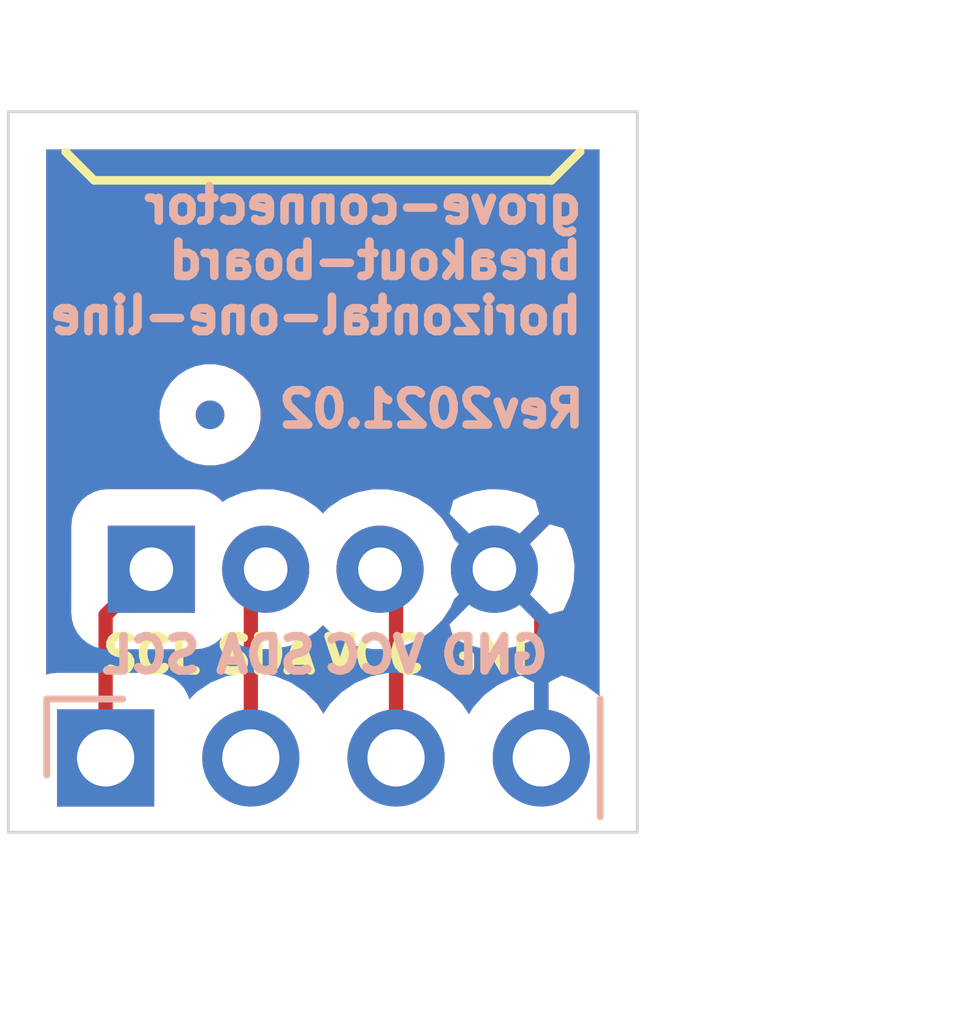
<source format=kicad_pcb>
(kicad_pcb (version 20221018) (generator pcbnew)
  (layers (0 "F.Cu" signal) (31 "B.Cu" signal) (34 "B.Paste" user) (35 "F.Paste" user) (36 "B.SilkS" user "B.Silkscreen") (37 "F.SilkS" user "F.Silkscreen") (38 "B.Mask" user) (39 "F.Mask" user) (44 "Edge.Cuts" user))
  (net 0 "")
  (net 1 "Net-(J1-Pad3)")
  (net 2 "Net-(J1-Pad2)")
  (net 3 "Net-(J1-Pad1)")
  (net 4 "GND")
  (footprint "my-kicad-footprints:NS-Tech_Grove_1x04_P2mm_Horizontal_silk_inside" (layer "F.Cu") (at 151.4 77.1 90)
    (fp_text reference "J1" hide)
    (fp_text value "Grove-I2C-connector")
    (fp_line (start 6.8 -4) (end 6.8 4) (stroke (width 0.15)) (layer "F.SilkS"))
    (fp_line (start 6.8 4) (end 7.3 4.5) (stroke (width 0.15)) (layer "F.SilkS"))
    (fp_line (start 7.3 -4.5) (end 6.8 -4) (stroke (width 0.15)) (layer "F.SilkS"))
    (pad "1" thru_hole rect (at 0 -3 90) (size 1.524 1.524) (drill 0.762) (layers "*.Cu" "*.Mask") (net 3 "Net-(J1-Pad1)"))
    (pad "2" thru_hole circle (at 0 -1 90) (size 1.524 1.524) (drill 0.762) (layers "*.Cu" "*.Mask") (net 2 "Net-(J1-Pad2)"))
    (pad "3" thru_hole circle (at 0 1 90) (size 1.524 1.524) (drill 0.762) (layers "*.Cu" "*.Mask") (net 1 "Net-(J1-Pad3)"))
    (pad "4" thru_hole circle (at 0 3 90) (size 1.524 1.524) (drill 0.762) (layers "*.Cu" "*.Mask") (net 4 "GND"))
  )
  (footprint "Fiducial:Fiducial_0.5mm_Mask1mm" (layer "F.Cu") (at 149.425 74.4)
    (fp_text reference "fid1" hide)
    (fp_text value "Fiducial_0.5mm_Mask1mm" hide)
    (pad "" smd circle (at 0 0) (size 0.5 0.5) (layers "F.Cu" "F.Mask") (clearance 0.25))
  )
  (footprint "my-kicad-footprints:PinHeader_1x04_P2.54mm_Vertical_silk_inside" (layer "B.Cu") (at 147.6 80.4 -90)
    (fp_text reference "J2" hide)
    (fp_text value "Conn_01x04")
    (fp_line (start -1.03 -8.65) (end 1.03 -8.65) (stroke (width 0.12)) (layer "B.SilkS"))
    (fp_line (start -1.03 -0.3) (end -1.03 1.03) (stroke (width 0.12)) (layer "B.SilkS"))
    (fp_line (start -1.03 1.03) (end 0.3 1.03) (stroke (width 0.12)) (layer "B.SilkS"))
    (pad "1" thru_hole rect (at 0 0 270) (size 1.7 1.7) (drill 1) (layers "*.Cu" "*.Mask") (net 3 "Net-(J1-Pad1)"))
    (pad "2" thru_hole oval (at 0 -2.54 270) (size 1.7 1.7) (drill 1) (layers "*.Cu" "*.Mask") (net 2 "Net-(J1-Pad2)"))
    (pad "3" thru_hole oval (at 0 -5.08 270) (size 1.7 1.7) (drill 1) (layers "*.Cu" "*.Mask") (net 1 "Net-(J1-Pad3)"))
    (pad "4" thru_hole oval (at 0 -7.62 270) (size 1.7 1.7) (drill 1) (layers "*.Cu" "*.Mask") (net 4 "GND"))
  )
  (footprint "Fiducial:Fiducial_0.5mm_Mask1mm" (layer "B.Cu") (at 149.43 74.4)
    (fp_text reference "fid1" hide)
    (fp_text value "Fiducial_0.5mm_Mask1mm" hide)
    (pad "" smd circle (at 0 0) (size 0.5 0.5) (layers "B.Cu" "B.Mask") (clearance 0.25))
  )
  (gr_line (start 156.9 69.1) (end 145.9 69.1) (stroke (width 0.05)) (layer "Edge.Cuts"))
  (gr_line (start 145.9 81.7) (end 156.9 81.7) (stroke (width 0.05)) (layer "Edge.Cuts"))
  (gr_line (start 156.9 81.7) (end 156.9 69.1) (stroke (width 0.05)) (layer "Edge.Cuts"))
  (gr_line (start 145.9 69.1) (end 145.9 81.7) (stroke (width 0.05)) (layer "Edge.Cuts"))
  (gr_text "SDA" (at 150.4 78.6) (layer "B.SilkS") (effects (font (size 0.6 0.6)) (justify mirror)))
  (gr_text "VCC" (at 152.3 78.6) (layer "B.SilkS") (effects (font (size 0.6 0.6)) (justify mirror)))
  (gr_text "GND" (at 154.4 78.6) (layer "B.SilkS") (effects (font (size 0.6 0.6)) (justify mirror)))
  (gr_text "SCL" (at 148.4 78.6) (layer "B.SilkS") (effects (font (size 0.6 0.6)) (justify mirror)))
  (gr_text "Rev2021.02" (at 153.3 74.3) (layer "B.SilkS") (effects (font (size 0.6 0.6)) (justify mirror)))
  (gr_text "grove-connector\nbreakout-board\nhorizontal-one-line" (at 156 71.7) (layer "B.SilkS") (effects (font (size 0.6 0.6)) (justify left mirror)))
  (gr_text "GND" (at 154.4 78.6) (layer "F.SilkS") (effects (font (size 0.6 0.6))))
  (gr_text "SDA" (at 150.4 78.6) (layer "F.SilkS") (effects (font (size 0.6 0.6))))
  (gr_text "SCL" (at 148.4 78.6) (layer "F.SilkS") (effects (font (size 0.6 0.6))))
  (gr_text "VCC" (at 152.3 78.6) (layer "F.SilkS") (effects (font (size 0.6 0.6))))
  (segment (start 152.68 80.4) (end 152.68 77.38) (width 0.25) (layer "F.Cu") (net 1))
  (segment (start 152.68 77.38) (end 152.4 77.1) (width 0.25) (layer "F.Cu") (net 1))
  (segment (start 150.14 77.36) (end 150.4 77.1) (width 0.25) (layer "F.Cu") (net 2))
  (segment (start 150.14 80.4) (end 150.14 77.36) (width 0.25) (layer "F.Cu") (net 2))
  (segment (start 147.6 77.9) (end 148.4 77.1) (width 0.25) (layer "F.Cu") (net 3))
  (segment (start 147.6 80.4) (end 147.6 77.9) (width 0.25) (layer "F.Cu") (net 3))
  (segment (start 155.22 77.92) (end 154.4 77.1) (width 0.25) (layer "F.Cu") (net 4))
  (segment (start 155.22 80.4) (end 155.22 77.92) (width 0.25) (layer "F.Cu") (net 4))
  (zone (net 4) (net_name "GND") (layer "F.Cu") (connect_pads (clearance 0.508)) (min_thickness 0.254) (fill yes (thermal_gap 0.508) (thermal_bridge_width 0.508))
    (polygon (pts (xy 157 81.7) (xy 145.9 81.7) (xy 145.9 69.1) (xy 157 69.1)))
  )
  (zone (net 4) (net_name "GND") (layer "B.Cu") (connect_pads (clearance 0.508)) (min_thickness 0.254) (fill yes (thermal_gap 0.508) (thermal_bridge_width 0.508))
    (polygon (pts (xy 157 81.7) (xy 145.9 81.7) (xy 145.9 69.1) (xy 157 69.1)))
  )
)
</source>
